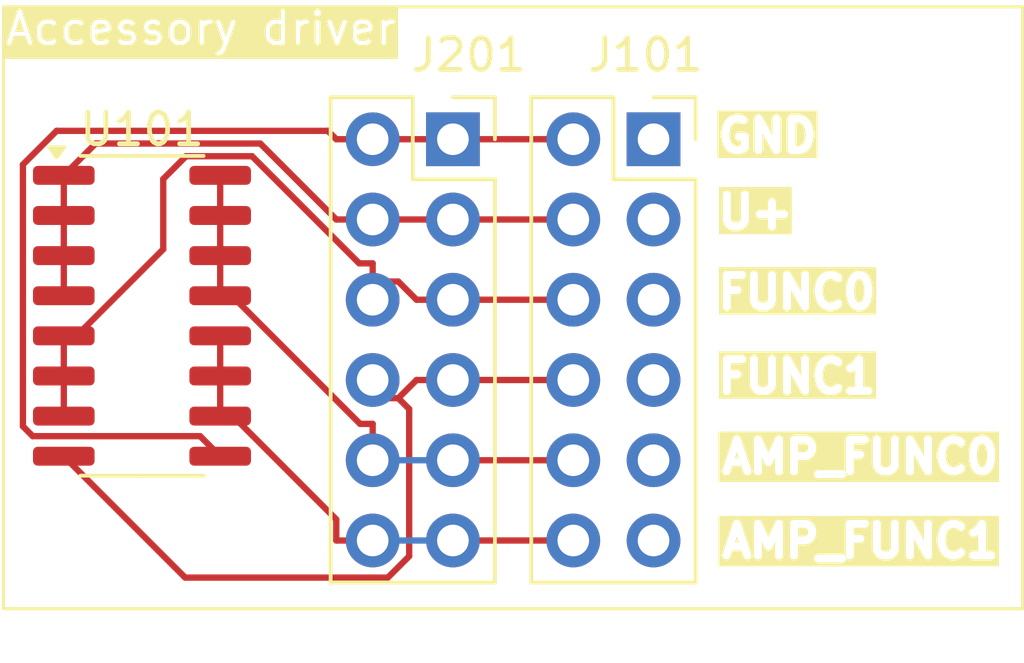
<source format=kicad_pcb>
(kicad_pcb (version 20240108) (generator "pcbnew") (generator_version "8.0")
  (layers (0 "F.Cu" signal) (31 "B.Cu" signal) (34 "B.Paste" user) (35 "F.Paste" user) (36 "B.SilkS" user "B.Silkscreen") (37 "F.SilkS" user "F.Silkscreen") (38 "B.Mask" user) (39 "F.Mask" user) (44 "Edge.Cuts" user))
  (net 0 "")
  (net 1 "/J_U+")
  (net 2 "/GND")
  (net 3 "/U+")
  (net 4 "/J_GND")
  (net 5 "/J_AMP_FUNC1")
  (net 6 "/FUNC0")
  (net 7 "/J_AMP_FUNC0")
  (net 8 "/AMP_FUNC0")
  (net 9 "/J_FUNC0")
  (net 10 "/AMP_FUNC1")
  (net 11 "/J_FUNC1")
  (net 12 "/FUNC1")
  (footprint "Connector_PinSocket_2.54mm:PinSocket_2x06_P2.54mm_Vertical" (layer "F.Cu") (at 145.542 74.295)
    (property "Reference" "J101" (at -0.254 -2.667 0) (layer "F.SilkS"))
    (property "Value" "Conn_02x06_Odd_Even")
    (fp_line (start -3.87 -1.33) (end -3.87 14.03) (stroke (width 0.12)) (layer "F.SilkS"))
    (fp_line (start -3.87 -1.33) (end -1.27 -1.33) (stroke (width 0.12)) (layer "F.SilkS"))
    (fp_line (start -3.87 14.03) (end 1.33 14.03) (stroke (width 0.12)) (layer "F.SilkS"))
    (fp_line (start -1.27 -1.33) (end -1.27 1.27) (stroke (width 0.12)) (layer "F.SilkS"))
    (fp_line (start -1.27 1.27) (end 1.33 1.27) (stroke (width 0.12)) (layer "F.SilkS"))
    (fp_line (start 0 -1.33) (end 1.33 -1.33) (stroke (width 0.12)) (layer "F.SilkS"))
    (fp_line (start 1.33 -1.33) (end 1.33 0) (stroke (width 0.12)) (layer "F.SilkS"))
    (fp_line (start 1.33 1.27) (end 1.33 14.03) (stroke (width 0.12)) (layer "F.SilkS"))
    (pad "1" thru_hole rect (at 0 0) (size 1.7 1.7) (drill 1) (layers "*.Cu" "*.Mask") (net 3 "/U+"))
    (pad "2" thru_hole oval (at -2.54 0) (size 1.7 1.7) (drill 1) (layers "*.Cu" "*.Mask") (net 1 "/J_U+"))
    (pad "3" thru_hole oval (at 0 2.54) (size 1.7 1.7) (drill 1) (layers "*.Cu" "*.Mask") (net 8 "/AMP_FUNC0"))
    (pad "4" thru_hole oval (at -2.54 2.54) (size 1.7 1.7) (drill 1) (layers "*.Cu" "*.Mask") (net 9 "/J_FUNC0"))
    (pad "5" thru_hole oval (at 0 5.08) (size 1.7 1.7) (drill 1) (layers "*.Cu" "*.Mask") (net 10 "/AMP_FUNC1"))
    (pad "6" thru_hole oval (at -2.54 5.08) (size 1.7 1.7) (drill 1) (layers "*.Cu" "*.Mask") (net 11 "/J_FUNC1"))
    (pad "7" thru_hole oval (at 0 7.62) (size 1.7 1.7) (drill 1) (layers "*.Cu" "*.Mask") (net 2 "/GND"))
    (pad "8" thru_hole oval (at -2.54 7.62) (size 1.7 1.7) (drill 1) (layers "*.Cu" "*.Mask") (net 4 "/J_GND"))
    (pad "9" thru_hole oval (at 0 10.16) (size 1.7 1.7) (drill 1) (layers "*.Cu" "*.Mask") (net 6 "/FUNC0"))
    (pad "10" thru_hole oval (at -2.54 10.16) (size 1.7 1.7) (drill 1) (layers "*.Cu" "*.Mask") (net 7 "/J_AMP_FUNC0"))
    (pad "11" thru_hole oval (at 0 12.7) (size 1.7 1.7) (drill 1) (layers "*.Cu" "*.Mask") (net 12 "/FUNC1"))
    (pad "12" thru_hole oval (at -2.54 12.7) (size 1.7 1.7) (drill 1) (layers "*.Cu" "*.Mask") (net 5 "/J_AMP_FUNC1"))
  )
  (footprint "Package_SO:SOIC-16_3.9x9.9mm_P1.27mm" (layer "F.Cu") (at 129.351 79.883)
    (property "Reference" "U101" (at 0 -5.9 0) (layer "F.SilkS"))
    (property "Value" "ULN2003A")
    (fp_line (start 0 -5.06) (end -1.95 -5.06) (stroke (width 0.12)) (layer "F.SilkS"))
    (fp_line (start 0 -5.06) (end 1.95 -5.06) (stroke (width 0.12)) (layer "F.SilkS"))
    (fp_line (start 0 5.06) (end -1.95 5.06) (stroke (width 0.12)) (layer "F.SilkS"))
    (fp_line (start 0 5.06) (end 1.95 5.06) (stroke (width 0.12)) (layer "F.SilkS"))
    (fp_poly (pts (xy -2.7 -5.005) (xy -2.94 -5.335) (xy -2.46 -5.335) (xy -2.7 -5.005)) (stroke (width 0.12)) (fill solid) (layer "F.SilkS"))
    (pad "1" smd roundrect (at -2.475 -4.445) (size 1.95 0.6) (layers "F.Cu" "F.Paste" "F.Mask") (net 9 "/J_FUNC0"))
    (pad "2" smd roundrect (at -2.475 -3.175) (size 1.95 0.6) (layers "F.Cu" "F.Paste" "F.Mask") (net 9 "/J_FUNC0"))
    (pad "3" smd roundrect (at -2.475 -1.905) (size 1.95 0.6) (layers "F.Cu" "F.Paste" "F.Mask") (net 9 "/J_FUNC0"))
    (pad "4" smd roundrect (at -2.475 -0.635) (size 1.95 0.6) (layers "F.Cu" "F.Paste" "F.Mask") (net 9 "/J_FUNC0"))
    (pad "5" smd roundrect (at -2.475 0.635) (size 1.95 0.6) (layers "F.Cu" "F.Paste" "F.Mask") (net 11 "/J_FUNC1"))
    (pad "6" smd roundrect (at -2.475 1.905) (size 1.95 0.6) (layers "F.Cu" "F.Paste" "F.Mask") (net 11 "/J_FUNC1"))
    (pad "7" smd roundrect (at -2.475 3.175) (size 1.95 0.6) (layers "F.Cu" "F.Paste" "F.Mask") (net 11 "/J_FUNC1"))
    (pad "8" smd roundrect (at -2.475 4.445) (size 1.95 0.6) (layers "F.Cu" "F.Paste" "F.Mask") (net 4 "/J_GND"))
    (pad "9" smd roundrect (at 2.475 4.445) (size 1.95 0.6) (layers "F.Cu" "F.Paste" "F.Mask") (net 1 "/J_U+"))
    (pad "10" smd roundrect (at 2.475 3.175) (size 1.95 0.6) (layers "F.Cu" "F.Paste" "F.Mask") (net 5 "/J_AMP_FUNC1"))
    (pad "11" smd roundrect (at 2.475 1.905) (size 1.95 0.6) (layers "F.Cu" "F.Paste" "F.Mask") (net 5 "/J_AMP_FUNC1"))
    (pad "12" smd roundrect (at 2.475 0.635) (size 1.95 0.6) (layers "F.Cu" "F.Paste" "F.Mask") (net 5 "/J_AMP_FUNC1"))
    (pad "13" smd roundrect (at 2.475 -0.635) (size 1.95 0.6) (layers "F.Cu" "F.Paste" "F.Mask") (net 7 "/J_AMP_FUNC0"))
    (pad "14" smd roundrect (at 2.475 -1.905) (size 1.95 0.6) (layers "F.Cu" "F.Paste" "F.Mask") (net 7 "/J_AMP_FUNC0"))
    (pad "15" smd roundrect (at 2.475 -3.175) (size 1.95 0.6) (layers "F.Cu" "F.Paste" "F.Mask") (net 7 "/J_AMP_FUNC0"))
    (pad "16" smd roundrect (at 2.475 -4.445) (size 1.95 0.6) (layers "F.Cu" "F.Paste" "F.Mask") (net 7 "/J_AMP_FUNC0"))
  )
  (footprint "Connector_PinSocket_2.54mm:PinSocket_2x06_P2.54mm_Vertical" (layer "F.Cu") (at 139.192 74.295)
    (property "Reference" "J201" (at 0.508 -2.667 0) (layer "F.SilkS"))
    (property "Value" "Conn_02x06_Odd_Even")
    (fp_line (start -3.87 -1.33) (end -3.87 14.03) (stroke (width 0.12)) (layer "F.SilkS"))
    (fp_line (start -3.87 -1.33) (end -1.27 -1.33) (stroke (width 0.12)) (layer "F.SilkS"))
    (fp_line (start -3.87 14.03) (end 1.33 14.03) (stroke (width 0.12)) (layer "F.SilkS"))
    (fp_line (start -1.27 -1.33) (end -1.27 1.27) (stroke (width 0.12)) (layer "F.SilkS"))
    (fp_line (start -1.27 1.27) (end 1.33 1.27) (stroke (width 0.12)) (layer "F.SilkS"))
    (fp_line (start 0 -1.33) (end 1.33 -1.33) (stroke (width 0.12)) (layer "F.SilkS"))
    (fp_line (start 1.33 -1.33) (end 1.33 0) (stroke (width 0.12)) (layer "F.SilkS"))
    (fp_line (start 1.33 1.27) (end 1.33 14.03) (stroke (width 0.12)) (layer "F.SilkS"))
    (pad "1" thru_hole rect (at 0 0) (size 1.7 1.7) (drill 1) (layers "*.Cu" "*.Mask") (net 1 "/J_U+"))
    (pad "2" thru_hole oval (at -2.54 0) (size 1.7 1.7) (drill 1) (layers "*.Cu" "*.Mask") (net 1 "/J_U+"))
    (pad "3" thru_hole oval (at 0 2.54) (size 1.7 1.7) (drill 1) (layers "*.Cu" "*.Mask") (net 9 "/J_FUNC0"))
    (pad "4" thru_hole oval (at -2.54 2.54) (size 1.7 1.7) (drill 1) (layers "*.Cu" "*.Mask") (net 9 "/J_FUNC0"))
    (pad "5" thru_hole oval (at 0 5.08) (size 1.7 1.7) (drill 1) (layers "*.Cu" "*.Mask") (net 11 "/J_FUNC1"))
    (pad "6" thru_hole oval (at -2.54 5.08) (size 1.7 1.7) (drill 1) (layers "*.Cu" "*.Mask") (net 11 "/J_FUNC1"))
    (pad "7" thru_hole oval (at 0 7.62) (size 1.7 1.7) (drill 1) (layers "*.Cu" "*.Mask") (net 4 "/J_GND"))
    (pad "8" thru_hole oval (at -2.54 7.62) (size 1.7 1.7) (drill 1) (layers "*.Cu" "*.Mask") (net 4 "/J_GND"))
    (pad "9" thru_hole oval (at 0 10.16) (size 1.7 1.7) (drill 1) (layers "*.Cu" "*.Mask") (net 7 "/J_AMP_FUNC0"))
    (pad "10" thru_hole oval (at -2.54 10.16) (size 1.7 1.7) (drill 1) (layers "*.Cu" "*.Mask") (net 7 "/J_AMP_FUNC0"))
    (pad "11" thru_hole oval (at 0 12.7) (size 1.7 1.7) (drill 1) (layers "*.Cu" "*.Mask") (net 5 "/J_AMP_FUNC1"))
    (pad "12" thru_hole oval (at -2.54 12.7) (size 1.7 1.7) (drill 1) (layers "*.Cu" "*.Mask") (net 5 "/J_AMP_FUNC1"))
  )
  (gr_rect (start 124.968 70.104) (end 157.226 89.154) (stroke (width 0.1)) (fill none) (layer "F.SilkS"))
  (gr_text "FUNC0" (at 147.427 79.731 0) (layer "F.SilkS" knockout) (effects (font (size 1 1) (thickness 0.3) (bold yes)) (justify left bottom)))
  (gr_text "Accessory driver" (at 124.968 71.374 0) (layer "F.SilkS" knockout) (effects (font (size 1 1) (thickness 0.125)) (justify left bottom)))
  (gr_text "AMP_FUNC1" (at 147.554 87.605 0) (layer "F.SilkS" knockout) (effects (font (size 1 1) (thickness 0.3) (bold yes)) (justify left bottom)))
  (gr_text "GND" (at 147.427 74.778 0) (layer "F.SilkS" knockout) (effects (font (size 1 1) (thickness 0.3) (bold yes)) (justify left bottom)))
  (gr_text "U+" (at 147.427 77.191 0) (layer "F.SilkS" knockout) (effects (font (size 1 1) (thickness 0.3) (bold yes)) (justify left bottom)))
  (gr_text "AMP_FUNC0" (at 147.554 84.938 0) (layer "F.SilkS" knockout) (effects (font (size 1 1) (thickness 0.3) (bold yes)) (justify left bottom)))
  (gr_text "FUNC1" (at 147.427 82.398 0) (layer "F.SilkS" knockout) (effects (font (size 1 1) (thickness 0.3) (bold yes)) (justify left bottom)))
  (segment (start 126.6493 74.0292) (end 125.5832 75.0953) (width 0.2) (layer "F.Cu") (net 1))
  (segment (start 136.652 74.295) (end 139.192 74.295) (width 0.2) (layer "F.Cu") (net 1))
  (segment (start 125.8933 83.693) (end 131.191 83.693) (width 0.2) (layer "F.Cu") (net 1))
  (segment (start 131.191 83.693) (end 131.826 84.328) (width 0.2) (layer "F.Cu") (net 1))
  (segment (start 125.5832 83.3829) (end 125.8933 83.693) (width 0.2) (layer "F.Cu") (net 1))
  (segment (start 135.2345 74.0292) (end 126.6493 74.0292) (width 0.2) (layer "F.Cu") (net 1))
  (segment (start 125.5832 75.0953) (end 125.5832 83.3829) (width 0.2) (layer "F.Cu") (net 1))
  (segment (start 143.002 74.295) (end 139.192 74.295) (width 0.2) (layer "F.Cu") (net 1))
  (segment (start 136.652 74.295) (end 135.5003 74.295) (width 0.2) (layer "F.Cu") (net 1))
  (segment (start 135.5003 74.295) (end 135.2345 74.0292) (width 0.2) (layer "F.Cu") (net 1))
  (segment (start 137.1316 88.1691) (end 137.8076 87.4931) (width 0.2) (layer "F.Cu") (net 4))
  (segment (start 137.4645 82.4908) (end 138.0403 81.915) (width 0.2) (layer "F.Cu") (net 4))
  (segment (start 137.8076 87.4931) (end 137.8076 82.8339) (width 0.2) (layer "F.Cu") (net 4))
  (segment (start 126.876 84.328) (end 130.7171 88.1691) (width 0.2) (layer "F.Cu") (net 4))
  (segment (start 136.652 82.4908) (end 137.4645 82.4908) (width 0.2) (layer "F.Cu") (net 4))
  (segment (start 143.002 81.915) (end 139.192 81.915) (width 0.2) (layer "F.Cu") (net 4))
  (segment (start 137.8076 82.8339) (end 137.4645 82.4908) (width 0.2) (layer "F.Cu") (net 4))
  (segment (start 139.192 81.915) (end 138.0403 81.915) (width 0.2) (layer "F.Cu") (net 4))
  (segment (start 130.7171 88.1691) (end 137.1316 88.1691) (width 0.2) (layer "F.Cu") (net 4))
  (segment (start 136.652 81.915) (end 136.652 82.4908) (width 0.2) (layer "F.Cu") (net 4))
  (segment (start 135.5003 86.3271) (end 135.5003 86.995) (width 0.2) (layer "F.Cu") (net 5))
  (segment (start 132.2312 83.058) (end 135.5003 86.3271) (width 0.2) (layer "F.Cu") (net 5))
  (segment (start 131.826 80.518) (end 131.826 81.788) (width 0.2) (layer "F.Cu") (net 5))
  (segment (start 136.652 86.995) (end 135.5003 86.995) (width 0.2) (layer "F.Cu") (net 5))
  (segment (start 143.002 86.995) (end 139.192 86.995) (width 0.2) (layer "F.Cu") (net 5))
  (segment (start 131.826 81.788) (end 131.826 83.058) (width 0.2) (layer "F.Cu") (net 5))
  (segment (start 131.826 83.058) (end 132.2312 83.058) (width 0.2) (layer "F.Cu") (net 5))
  (segment (start 136.652 86.995) (end 139.192 86.995) (width 0.2) (layer "B.Cu") (net 5))
  (segment (start 143.002 84.455) (end 139.192 84.455) (width 0.2) (layer "F.Cu") (net 7))
  (segment (start 136.652 84.455) (end 136.652 83.3033) (width 0.2) (layer "F.Cu") (net 7))
  (segment (start 131.826 79.248) (end 132.1975 79.248) (width 0.2) (layer "F.Cu") (net 7))
  (segment (start 136.2528 83.3033) (end 136.652 83.3033) (width 0.2) (layer "F.Cu") (net 7))
  (segment (start 131.826 75.438) (end 131.826 76.708) (width 0.2) (layer "F.Cu") (net 7))
  (segment (start 131.826 76.708) (end 131.826 77.978) (width 0.2) (layer "F.Cu") (net 7))
  (segment (start 132.1975 79.248) (end 136.2528 83.3033) (width 0.2) (layer "F.Cu") (net 7))
  (segment (start 131.826 77.978) (end 131.826 79.248) (width 0.2) (layer "F.Cu") (net 7))
  (segment (start 136.652 84.455) (end 139.192 84.455) (width 0.2) (layer "B.Cu") (net 7))
  (segment (start 126.876 79.248) (end 126.876 77.978) (width 0.2) (layer "F.Cu") (net 9))
  (segment (start 127.8831 74.4309) (end 126.876 75.438) (width 0.2) (layer "F.Cu") (net 9))
  (segment (start 136.652 76.835) (end 139.192 76.835) (width 0.2) (layer "F.Cu") (net 9))
  (segment (start 136.652 76.835) (end 135.5003 76.835) (width 0.2) (layer "F.Cu") (net 9))
  (segment (start 133.0962 74.4309) (end 127.8831 74.4309) (width 0.2) (layer "F.Cu") (net 9))
  (segment (start 126.876 77.978) (end 126.876 76.708) (width 0.2) (layer "F.Cu") (net 9))
  (segment (start 135.5003 76.835) (end 133.0962 74.4309) (width 0.2) (layer "F.Cu") (net 9))
  (segment (start 126.876 76.708) (end 126.876 75.438) (width 0.2) (layer "F.Cu") (net 9))
  (segment (start 143.002 76.835) (end 139.192 76.835) (width 0.2) (layer "F.Cu") (net 9))
  (segment (start 136.652 78.7991) (end 136.652 78.2233) (width 0.2) (layer "F.Cu") (net 11))
  (segment (start 143.002 79.375) (end 139.192 79.375) (width 0.2) (layer "F.Cu") (net 11))
  (segment (start 126.876 83.058) (end 126.876 81.788) (width 0.2) (layer "F.Cu") (net 11))
  (segment (start 136.652 79.375) (end 136.652 78.7991) (width 0.2) (layer "F.Cu") (net 11))
  (segment (start 130.7434 74.8326) (end 132.8353 74.8326) (width 0.2) (layer "F.Cu") (net 11))
  (segment (start 136.652 78.7991) (end 137.4644 78.7991) (width 0.2) (layer "F.Cu") (net 11))
  (segment (start 139.192 79.375) (end 138.0403 79.375) (width 0.2) (layer "F.Cu") (net 11))
  (segment (start 130.024 77.7764) (end 130.024 75.552) (width 0.2) (layer "F.Cu") (net 11))
  (segment (start 132.8353 74.8326) (end 136.226 78.2233) (width 0.2) (layer "F.Cu") (net 11))
  (segment (start 126.876 80.518) (end 127.2824 80.518) (width 0.2) (layer "F.Cu") (net 11))
  (segment (start 126.876 81.788) (end 126.876 80.518) (width 0.2) (layer "F.Cu") (net 11))
  (segment (start 137.4644 78.7991) (end 138.0403 79.375) (width 0.2) (layer "F.Cu") (net 11))
  (segment (start 127.2824 80.518) (end 130.024 77.7764) (width 0.2) (layer "F.Cu") (net 11))
  (segment (start 130.024 75.552) (end 130.7434 74.8326) (width 0.2) (layer "F.Cu") (net 11))
  (segment (start 136.226 78.2233) (end 136.652 78.2233) (width 0.2) (layer "F.Cu") (net 11))
)
</source>
